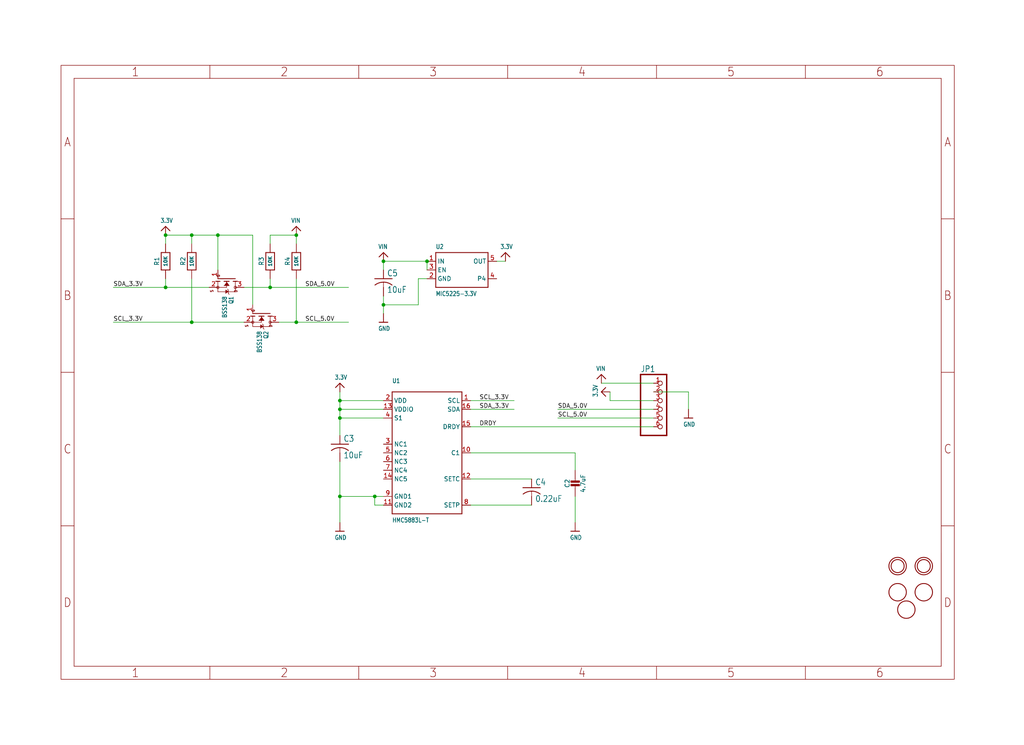
<source format=kicad_sch>
(kicad_sch (version 20230121) (generator eeschema)
  (paper "User" 298.45 217.322)
  (lib_symbols
    (symbol "working-eagle-import:3.3V" (power)
      (property "Value" "3.3V" (at -1.524 1.016 0))
      (symbol "3.3V_1_0"
        (polyline (pts (xy -1.27 -1.27) (xy 0 0)) (stroke (width 0.254)))
        (polyline (pts (xy 0 0) (xy 1.27 -1.27)) (stroke (width 0.254)))
        (pin power_in line (at 0 -2.54 90) (length 2.54) (name "3.3V") (number "1"))
      )
    )
    (symbol "working-eagle-import:C-USC0805"
      (property "Reference" "C" (at 1.016 0.635 0))
      (symbol "C-USC0805_1_0"
        (arc (start 0 -1.0161) (mid -1.302 -1.2303) (end -2.4668 -1.8504) (stroke (width 0.254)))
        (polyline (pts (xy -2.54 0) (xy 2.54 0)) (stroke (width 0.254)))
        (polyline (pts (xy 0 -1.016) (xy 0 -2.54)) (stroke (width 0.1524)))
        (arc (start 2.4892 -1.8541) (mid 1.3158 -1.2194) (end 0 -1) (stroke (width 0.254)))
        (pin passive line (at 0 2.54 270) (length 2.54) (name "1") (number "1"))
        (pin passive line (at 0 -5.08 90) (length 2.54) (name "2") (number "2"))
      )
    )
    (symbol "working-eagle-import:CAP_CERAMIC0805_10MGAP"
      (property "Reference" "C" (at -2.29 1.25 90))
      (symbol "CAP_CERAMIC0805_10MGAP_1_0"
        (rectangle (start -1.27 0.508) (end 1.27 1.016) (fill (type outline)))
        (rectangle (start -1.27 1.524) (end 1.27 2.032) (fill (type outline)))
        (polyline (pts (xy 0 0.762) (xy 0 0)) (stroke (width 0.1524)))
        (polyline (pts (xy 0 2.54) (xy 0 1.778)) (stroke (width 0.1524)))
        (pin passive line (at 0 5.08 270) (length 2.54) (name "1") (number "1"))
        (pin passive line (at 0 -2.54 90) (length 2.54) (name "2") (number "2"))
      )
    )
    (symbol "working-eagle-import:FIDUCIAL"
      (symbol "FIDUCIAL_1_0"
        (circle (center 0 0) (radius 2.54) (stroke (width 0.254)))
      )
    )
    (symbol "working-eagle-import:FRAME_A4"
      (symbol "FRAME_A4_1_0"
        (polyline (pts (xy 0 44.7675) (xy 3.81 44.7675)))
        (polyline (pts (xy 0 89.535) (xy 3.81 89.535)))
        (polyline (pts (xy 0 134.3025) (xy 3.81 134.3025)))
        (polyline (pts (xy 3.81 3.81) (xy 3.81 175.26)))
        (polyline (pts (xy 43.3917 0) (xy 43.3917 3.81)))
        (polyline (pts (xy 43.3917 175.26) (xy 43.3917 179.07)))
        (polyline (pts (xy 86.7833 0) (xy 86.7833 3.81)))
        (polyline (pts (xy 86.7833 175.26) (xy 86.7833 179.07)))
        (polyline (pts (xy 130.175 0) (xy 130.175 3.81)))
        (polyline (pts (xy 130.175 175.26) (xy 130.175 179.07)))
        (polyline (pts (xy 173.5667 0) (xy 173.5667 3.81)))
        (polyline (pts (xy 173.5667 175.26) (xy 173.5667 179.07)))
        (polyline (pts (xy 216.9583 0) (xy 216.9583 3.81)))
        (polyline (pts (xy 216.9583 175.26) (xy 216.9583 179.07)))
        (polyline (pts (xy 256.54 3.81) (xy 3.81 3.81)))
        (polyline (pts (xy 256.54 3.81) (xy 256.54 8.89)) (stroke (width 0.1016)))
        (polyline (pts (xy 256.54 3.81) (xy 256.54 175.26)))
        (polyline (pts (xy 256.54 8.89) (xy 256.54 13.97)) (stroke (width 0.1016)))
        (polyline (pts (xy 256.54 13.97) (xy 256.54 19.05)) (stroke (width 0.1016)))
        (polyline (pts (xy 256.54 19.05) (xy 256.54 36.83)) (stroke (width 0.1016)))
        (polyline (pts (xy 256.54 44.7675) (xy 260.35 44.7675)))
        (polyline (pts (xy 256.54 89.535) (xy 260.35 89.535)))
        (polyline (pts (xy 256.54 134.3025) (xy 260.35 134.3025)))
        (polyline (pts (xy 256.54 175.26) (xy 3.81 175.26)))
        (polyline (pts (xy 0 0) (xy 260.35 0) (xy 260.35 179.07) (xy 0 179.07) (xy 0 0)))
        (text "1" (at 21.6958 1.905 0) (effects (font (size 2.54 2.286))))
        (text "1" (at 21.6958 177.165 0) (effects (font (size 2.54 2.286))))
        (text "2" (at 65.0875 1.905 0) (effects (font (size 2.54 2.286))))
        (text "2" (at 65.0875 177.165 0) (effects (font (size 2.54 2.286))))
        (text "3" (at 108.4792 1.905 0) (effects (font (size 2.54 2.286))))
        (text "3" (at 108.4792 177.165 0) (effects (font (size 2.54 2.286))))
        (text "4" (at 151.8708 1.905 0) (effects (font (size 2.54 2.286))))
        (text "4" (at 151.8708 177.165 0) (effects (font (size 2.54 2.286))))
        (text "5" (at 195.2625 1.905 0) (effects (font (size 2.54 2.286))))
        (text "5" (at 195.2625 177.165 0) (effects (font (size 2.54 2.286))))
        (text "6" (at 238.6542 1.905 0) (effects (font (size 2.54 2.286))))
        (text "6" (at 238.6542 177.165 0) (effects (font (size 2.54 2.286))))
        (text "A" (at 1.905 156.6863 0) (effects (font (size 2.54 2.286))))
        (text "A" (at 258.445 156.6863 0) (effects (font (size 2.54 2.286))))
        (text "B" (at 1.905 111.9188 0) (effects (font (size 2.54 2.286))))
        (text "B" (at 258.445 111.9188 0) (effects (font (size 2.54 2.286))))
        (text "C" (at 1.905 67.1513 0) (effects (font (size 2.54 2.286))))
        (text "C" (at 258.445 67.1513 0) (effects (font (size 2.54 2.286))))
        (text "D" (at 1.905 22.3838 0) (effects (font (size 2.54 2.286))))
        (text "D" (at 258.445 22.3838 0) (effects (font (size 2.54 2.286))))
      )
      (symbol "FRAME_A4_2_0"
        (polyline (pts (xy 1.27 -6.35) (xy 1.27 0)) (stroke (width 0.1016)))
        (polyline (pts (xy 1.27 0) (xy 82.55 0)) (stroke (width 0.1016)))
        (polyline (pts (xy 82.55 -6.35) (xy 1.27 -6.35)) (stroke (width 0.1016)))
        (polyline (pts (xy 82.55 0) (xy 82.55 -6.35)) (stroke (width 0.1016)))
        (text "PART OR WHOLE IS STRICTLY PROHIBITED WITHOUT WRITTEN PERMISSION!" (at 3.81 -5.08 0) (effects (font (size 1.27 1.0795)) (justify left bottom)))
        (text "PROPRIETARY" (at 3.81 -10.16 0) (effects (font (size 2.54 2.159) (thickness 0.4318) bold) (justify left bottom)))
        (text "THIS DRAWING CONTAINS CONFIDENTIAL INFORMATION. ANY REPRODUCTION IN" (at 3.81 -2.794 0) (effects (font (size 1.27 1.0795)) (justify left bottom)))
      )
      (symbol "FRAME_A4_3_0"
        (polyline (pts (xy 0 1.27) (xy 20.32 1.27)) (stroke (width 0.6096)))
        (polyline (pts (xy 0 10.16) (xy 0 1.27)) (stroke (width 0.6096)))
        (polyline (pts (xy 0 10.16) (xy 20.32 10.16)) (stroke (width 0.3048)))
        (polyline (pts (xy 0 19.05) (xy 0 10.16)) (stroke (width 0.6096)))
        (polyline (pts (xy 0 19.05) (xy 20.32 19.05)) (stroke (width 0.3048)))
        (polyline (pts (xy 0 27.94) (xy 0 19.05)) (stroke (width 0.6096)))
        (polyline (pts (xy 0 27.94) (xy 20.32 27.94)) (stroke (width 0.3048)))
        (polyline (pts (xy 0 34.29) (xy 0 27.94)) (stroke (width 0.6096)))
        (polyline (pts (xy 20.32 1.27) (xy 20.32 6.35)) (stroke (width 0.3048)))
        (polyline (pts (xy 20.32 1.27) (xy 95.885 1.27)) (stroke (width 0.6096)))
        (polyline (pts (xy 20.32 6.35) (xy 20.32 10.16)) (stroke (width 0.3048)))
        (polyline (pts (xy 20.32 6.35) (xy 88.9 6.35)) (stroke (width 0.3048)))
        (polyline (pts (xy 20.32 10.16) (xy 20.32 19.05)) (stroke (width 0.3048)))
        (polyline (pts (xy 20.32 16.51) (xy 20.32 19.05)) (stroke (width 0.3048)))
        (polyline (pts (xy 20.32 19.05) (xy 20.32 27.94)) (stroke (width 0.3048)))
        (polyline (pts (xy 20.32 27.94) (xy 20.32 34.29)) (stroke (width 0.3048)))
        (polyline (pts (xy 20.32 27.94) (xy 65.0875 27.94)) (stroke (width 0.3048)))
        (polyline (pts (xy 20.32 34.29) (xy 0 34.29)) (stroke (width 0.6096)))
        (polyline (pts (xy 65.0875 27.94) (xy 106.045 27.94)) (stroke (width 0.3048)))
        (polyline (pts (xy 65.0875 34.29) (xy 20.32 34.29)) (stroke (width 0.6096)))
        (polyline (pts (xy 88.9 6.35) (xy 95.885 6.35)) (stroke (width 0.3048)))
        (polyline (pts (xy 88.9 16.51) (xy 20.32 16.51)) (stroke (width 0.3048)))
        (polyline (pts (xy 88.9 16.51) (xy 88.9 6.35)) (stroke (width 0.3048)))
        (polyline (pts (xy 95.885 1.27) (xy 121.92 1.27)) (stroke (width 0.6096)))
        (polyline (pts (xy 95.885 6.35) (xy 95.885 1.27)) (stroke (width 0.3048)))
        (polyline (pts (xy 95.885 6.35) (xy 121.92 6.35)) (stroke (width 0.3048)))
        (polyline (pts (xy 101.6 13.0175) (xy 102.5525 13.0175)) (stroke (width 0.254)))
        (polyline (pts (xy 106.045 27.94) (xy 106.045 34.29)) (stroke (width 0.3048)))
        (polyline (pts (xy 106.045 27.94) (xy 110.49 27.94)) (stroke (width 0.3048)))
        (polyline (pts (xy 106.045 34.29) (xy 65.0875 34.29)) (stroke (width 0.6096)))
        (polyline (pts (xy 110.49 16.51) (xy 88.9 16.51)) (stroke (width 0.3048)))
        (polyline (pts (xy 110.49 27.94) (xy 110.49 16.51)) (stroke (width 0.3048)))
        (polyline (pts (xy 110.49 27.94) (xy 113.03 27.94)) (stroke (width 0.3048)))
        (polyline (pts (xy 113.03 27.94) (xy 121.92 27.94)) (stroke (width 0.3048)))
        (polyline (pts (xy 113.03 34.29) (xy 106.045 34.29)) (stroke (width 0.6096)))
        (polyline (pts (xy 121.92 6.35) (xy 121.92 1.27)) (stroke (width 0.6096)))
        (polyline (pts (xy 121.92 16.51) (xy 110.49 16.51)) (stroke (width 0.3048)))
        (polyline (pts (xy 121.92 16.51) (xy 121.92 6.35)) (stroke (width 0.6096)))
        (polyline (pts (xy 121.92 27.94) (xy 121.92 16.51)) (stroke (width 0.6096)))
        (polyline (pts (xy 121.92 34.29) (xy 113.03 34.29)) (stroke (width 0.6096)))
        (polyline (pts (xy 121.92 34.29) (xy 121.92 27.94)) (stroke (width 0.6096)))
        (circle (center 109.5375 31.115) (radius 1.4199) (stroke (width 0.254)))
        (text "${#}/${##}" (at 109.22 2.54 0) (effects (font (size 2.54 2.54)) (justify left bottom)))
        (text "${CHECKED}" (at 2.54 11.43 0) (effects (font (size 1.778 1.5113)) (justify left bottom)))
        (text "${COMPANY}" (at 23.6538 29.3687 0) (effects (font (size 3.175 2.6987) (thickness 0.5397) bold) (justify left bottom)))
        (text "${CURRENT_DATE}" (at 33.02 8.89 0) (effects (font (size 2.54 2.159)) (justify left bottom)))
        (text "${DATE}" (at 2.54 2.54 0) (effects (font (size 1.778 1.5113)) (justify left bottom)))
        (text "${DRAWN}" (at 2.54 20.32 0) (effects (font (size 1.778 1.5113)) (justify left bottom)))
        (text "${DRGNO}" (at 91.44 8.89 0) (effects (font (size 2.1844 1.8567)) (justify left bottom)))
        (text "${PROJECTNAME}" (at 33.3375 2.54 0) (effects (font (size 2.54 2.159)) (justify left bottom)))
        (text "${REV}" (at 114.3 18.415 0) (effects (font (size 3.81 3.2385)) (justify left bottom)))
        (text "2013" (at 112.7125 30.1625 0) (effects (font (size 1.778 1.5113)) (justify left bottom)))
        (text "C" (at 109.0612 30.48 0) (effects (font (size 1.27 1.0795)) (justify left bottom)))
        (text "CHECKED" (at 1.27 15.875 0) (effects (font (size 1.778 1.5113)) (justify left bottom)))
        (text "DATE" (at 1.27 6.985 0) (effects (font (size 1.778 1.5113)) (justify left bottom)))
        (text "DATE" (at 21.59 12.7 0) (effects (font (size 2.54 2.54)) (justify left bottom)))
        (text "DRAWN" (at 1.27 24.765 0) (effects (font (size 1.778 1.5113)) (justify left bottom)))
        (text "DRG" (at 90.17 12.7 0) (effects (font (size 2.54 2.54)) (justify left bottom)))
        (text "FILE:" (at 21.59 2.54 0) (effects (font (size 2.54 2.54)) (justify left bottom)))
        (text "ISSUE" (at 5.3975 30.1625 0) (effects (font (size 1.9304 1.6408)) (justify left bottom)))
        (text "N" (at 98.7425 12.7 0) (effects (font (size 2.54 2.54)) (justify left bottom)))
        (text "o" (at 101.2825 13.6525 0) (effects (font (size 2.1844 1.8567)) (justify left bottom)))
        (text "PAGE:" (at 97.155 2.54 0) (effects (font (size 2.54 2.54)) (justify left bottom)))
        (text "REV" (at 112.7125 24.13 0) (effects (font (size 2.54 2.54)) (justify left bottom)))
        (text "TITLE" (at 21.59 24.13 0) (effects (font (size 2.54 2.54)) (justify left bottom)))
      )
    )
    (symbol "working-eagle-import:GND" (power)
      (property "Value" "GND" (at -1.524 -2.54 0))
      (symbol "GND_1_0"
        (polyline (pts (xy -1.27 0) (xy 1.27 0)) (stroke (width 0.254)))
        (pin power_in line (at 0 2.54 270) (length 2.54) (name "GND") (number "1"))
      )
    )
    (symbol "working-eagle-import:HEADER-1X676MIL"
      (property "Reference" "JP" (at -6.35 10.795 0))
      (symbol "HEADER-1X676MIL_1_0"
        (polyline (pts (xy -6.35 -7.62) (xy 1.27 -7.62)) (stroke (width 0.4064)))
        (polyline (pts (xy -6.35 10.16) (xy -6.35 -7.62)) (stroke (width 0.4064)))
        (polyline (pts (xy 1.27 -7.62) (xy 1.27 10.16)) (stroke (width 0.4064)))
        (polyline (pts (xy 1.27 10.16) (xy -6.35 10.16)) (stroke (width 0.4064)))
        (pin passive inverted (at -2.54 7.62 0) (length 2.54) (name "1") (number "1"))
        (pin passive inverted (at -2.54 5.08 0) (length 2.54) (name "2") (number "2"))
        (pin passive inverted (at -2.54 2.54 0) (length 2.54) (name "3") (number "3"))
        (pin passive inverted (at -2.54 0 0) (length 2.54) (name "4") (number "4"))
        (pin passive inverted (at -2.54 -2.54 0) (length 2.54) (name "5") (number "5"))
        (pin passive inverted (at -2.54 -5.08 0) (length 2.54) (name "6") (number "6"))
      )
    )
    (symbol "working-eagle-import:HMC5883L"
      (property "Reference" "U" (at -10.16 20.32 0))
      (symbol "HMC5883L_1_0"
        (polyline (pts (xy -10.16 -17.78) (xy -10.16 17.78)) (stroke (width 0.254)))
        (polyline (pts (xy -10.16 17.78) (xy 10.16 17.78)) (stroke (width 0.254)))
        (polyline (pts (xy 10.16 -17.78) (xy -10.16 -17.78)) (stroke (width 0.254)))
        (polyline (pts (xy 10.16 17.78) (xy 10.16 -17.78)) (stroke (width 0.254)))
        (pin bidirectional line (at 12.7 15.24 180) (length 2.54) (name "SCL") (number "1"))
        (pin bidirectional line (at 12.7 0 180) (length 2.54) (name "C1") (number "10"))
        (pin bidirectional line (at -12.7 -15.24 0) (length 2.54) (name "GND2") (number "11"))
        (pin bidirectional line (at 12.7 -7.62 180) (length 2.54) (name "SETC") (number "12"))
        (pin bidirectional line (at -12.7 12.7 0) (length 2.54) (name "VDDIO") (number "13"))
        (pin bidirectional line (at -12.7 -7.62 0) (length 2.54) (name "NC5") (number "14"))
        (pin bidirectional line (at 12.7 7.62 180) (length 2.54) (name "DRDY") (number "15"))
        (pin bidirectional line (at 12.7 12.7 180) (length 2.54) (name "SDA") (number "16"))
        (pin bidirectional line (at -12.7 15.24 0) (length 2.54) (name "VDD") (number "2"))
        (pin bidirectional line (at -12.7 2.54 0) (length 2.54) (name "NC1") (number "3"))
        (pin bidirectional line (at -12.7 10.16 0) (length 2.54) (name "S1") (number "4"))
        (pin bidirectional line (at -12.7 0 0) (length 2.54) (name "NC2") (number "5"))
        (pin bidirectional line (at -12.7 -2.54 0) (length 2.54) (name "NC3") (number "6"))
        (pin bidirectional line (at -12.7 -5.08 0) (length 2.54) (name "NC4") (number "7"))
        (pin bidirectional line (at 12.7 -15.24 180) (length 2.54) (name "SETP") (number "8"))
        (pin bidirectional line (at -12.7 -12.7 0) (length 2.54) (name "GND1") (number "9"))
      )
    )
    (symbol "working-eagle-import:MOSFET-NWIDE"
      (property "Reference" "Q" (at 5.08 0.635 0))
      (symbol "MOSFET-NWIDE_1_0"
        (polyline (pts (xy 0 2.54) (xy 0 -2.54)) (stroke (width 0.254)))
        (polyline (pts (xy 0.762 -2.54) (xy 0.762 -3.175)) (stroke (width 0.254)))
        (polyline (pts (xy 0.762 -1.905) (xy 0.762 -2.54)) (stroke (width 0.254)))
        (polyline (pts (xy 0.762 0) (xy 0.762 -0.762)) (stroke (width 0.254)))
        (polyline (pts (xy 0.762 0) (xy 2.54 0)) (stroke (width 0.1524)))
        (polyline (pts (xy 0.762 0.762) (xy 0.762 0)) (stroke (width 0.254)))
        (polyline (pts (xy 0.762 2.54) (xy 0.762 1.905)) (stroke (width 0.254)))
        (polyline (pts (xy 0.762 2.54) (xy 3.81 2.54)) (stroke (width 0.1524)))
        (polyline (pts (xy 0.762 3.175) (xy 0.762 2.54)) (stroke (width 0.254)))
        (polyline (pts (xy 2.54 -2.54) (xy 0.762 -2.54)) (stroke (width 0.1524)))
        (polyline (pts (xy 2.54 -2.54) (xy 3.81 -2.54)) (stroke (width 0.1524)))
        (polyline (pts (xy 2.54 0) (xy 2.54 -2.54)) (stroke (width 0.1524)))
        (polyline (pts (xy 3.302 0.508) (xy 3.048 0.254)) (stroke (width 0.1524)))
        (polyline (pts (xy 3.81 0.508) (xy 3.302 0.508)) (stroke (width 0.1524)))
        (polyline (pts (xy 3.81 0.508) (xy 3.81 -2.54)) (stroke (width 0.1524)))
        (polyline (pts (xy 3.81 2.54) (xy 3.81 0.508)) (stroke (width 0.1524)))
        (polyline (pts (xy 4.318 0.508) (xy 3.81 0.508)) (stroke (width 0.1524)))
        (polyline (pts (xy 4.572 0.762) (xy 4.318 0.508)) (stroke (width 0.1524)))
        (polyline (pts (xy 1.016 0) (xy 2.032 0.762) (xy 2.032 -0.762)) (stroke (width 0.1524)) (fill (type outline)))
        (polyline (pts (xy 3.81 0.508) (xy 3.302 -0.254) (xy 4.318 -0.254)) (stroke (width 0.1524)) (fill (type outline)))
        (circle (center 2.54 -2.54) (radius 0.3592))
        (circle (center 2.54 2.54) (radius 0.3592))
        (text "D" (at 3.175 3.175 0) (effects (font (size 0.8128 0.6908)) (justify left bottom)))
        (text "G" (at -1.27 -1.905 0) (effects (font (size 0.8128 0.6908)) (justify left bottom)))
        (text "S" (at 3.175 -3.81 0) (effects (font (size 0.8128 0.6908)) (justify left bottom)))
        (pin bidirectional line (at -2.54 -2.54 0) (length 2.54) (name "G") (number "1"))
        (pin bidirectional line (at 2.54 -5.08 90) (length 2.54) (name "S") (number "2"))
        (pin bidirectional line (at 2.54 5.08 270) (length 2.54) (name "D") (number "3"))
      )
    )
    (symbol "working-eagle-import:MOUNTINGHOLE2.5"
      (symbol "MOUNTINGHOLE2.5_1_0"
        (circle (center 0 0) (radius 1.905) (stroke (width 0.254)))
        (circle (center 0 0) (radius 2.54) (stroke (width 0.254)))
      )
    )
    (symbol "working-eagle-import:RESISTOR0805_NOOUTLINE"
      (property "Reference" "R" (at 0 2.54 0))
      (symbol "RESISTOR0805_NOOUTLINE_1_0"
        (polyline (pts (xy -2.54 -1.27) (xy -2.54 1.27)) (stroke (width 0.254)))
        (polyline (pts (xy -2.54 1.27) (xy 2.54 1.27)) (stroke (width 0.254)))
        (polyline (pts (xy 2.54 -1.27) (xy -2.54 -1.27)) (stroke (width 0.254)))
        (polyline (pts (xy 2.54 1.27) (xy 2.54 -1.27)) (stroke (width 0.254)))
        (pin passive line (at -5.08 0 0) (length 2.54) (name "1") (number "1"))
        (pin passive line (at 5.08 0 180) (length 2.54) (name "2") (number "2"))
      )
    )
    (symbol "working-eagle-import:RESISTOR_0805MP"
      (property "Reference" "R" (at 0 2.54 0))
      (symbol "RESISTOR_0805MP_1_0"
        (polyline (pts (xy -2.54 -1.27) (xy -2.54 1.27)) (stroke (width 0.254)))
        (polyline (pts (xy -2.54 1.27) (xy 2.54 1.27)) (stroke (width 0.254)))
        (polyline (pts (xy 2.54 -1.27) (xy -2.54 -1.27)) (stroke (width 0.254)))
        (polyline (pts (xy 2.54 1.27) (xy 2.54 -1.27)) (stroke (width 0.254)))
        (pin passive line (at -5.08 0 0) (length 2.54) (name "1") (number "1"))
        (pin passive line (at 5.08 0 180) (length 2.54) (name "2") (number "2"))
      )
    )
    (symbol "working-eagle-import:VIN" (power)
      (property "Value" "VIN" (at -1.524 1.016 0))
      (symbol "VIN_1_0"
        (polyline (pts (xy -1.27 -1.27) (xy 0 0)) (stroke (width 0.254)))
        (polyline (pts (xy 0 0) (xy 1.27 -1.27)) (stroke (width 0.254)))
        (pin power_in line (at 0 -2.54 90) (length 2.54) (name "VIN") (number "1"))
      )
    )
    (symbol "working-eagle-import:VREG_SOT23-5"
      (property "Reference" "U" (at -7.62 6.096 0))
      (symbol "VREG_SOT23-5_1_0"
        (polyline (pts (xy -7.62 -5.08) (xy -7.62 5.08)) (stroke (width 0.254)))
        (polyline (pts (xy -7.62 5.08) (xy 7.62 5.08)) (stroke (width 0.254)))
        (polyline (pts (xy 7.62 -5.08) (xy -7.62 -5.08)) (stroke (width 0.254)))
        (polyline (pts (xy 7.62 5.08) (xy 7.62 -5.08)) (stroke (width 0.254)))
        (pin power_in line (at -10.16 2.54 0) (length 2.54) (name "IN") (number "1"))
        (pin power_in line (at -10.16 -2.54 0) (length 2.54) (name "GND") (number "2"))
        (pin input line (at -10.16 0 0) (length 2.54) (name "EN") (number "3"))
        (pin bidirectional line (at 10.16 -2.54 180) (length 2.54) (name "P4") (number "4"))
        (pin power_in line (at 10.16 2.54 180) (length 2.54) (name "OUT") (number "5"))
      )
    )
  )
  (junction (at 124.46 76.2))
  (junction (at 99.06 119.38))
  (junction (at 48.26 83.82))
  (junction (at 55.88 68.58))
  (junction (at 99.06 144.78))
  (junction (at 78.74 83.82))
  (junction (at 111.76 88.9))
  (junction (at 86.36 93.98))
  (junction (at 48.26 68.58))
  (junction (at 111.76 76.2))
  (junction (at 99.06 116.84))
  (junction (at 109.22 144.78))
  (junction (at 55.88 93.98))
  (junction (at 63.5 68.58))
  (junction (at 99.06 121.92))
  (junction (at 86.36 68.58))
  (wire (pts (xy 190.5 114.3) (xy 200.66 114.3)) (stroke (width 0.1524)))
  (wire (pts (xy 124.46 76.2) (xy 111.76 76.2)) (stroke (width 0.1524)))
  (wire (pts (xy 109.22 147.32) (xy 109.22 144.78)) (stroke (width 0.1524)))
  (wire (pts (xy 55.88 71.12) (xy 55.88 68.58)) (stroke (width 0.1524)))
  (wire (pts (xy 73.66 88.9) (xy 73.66 68.58)) (stroke (width 0.1524)))
  (wire (pts (xy 124.46 76.2) (xy 124.46 78.74)) (stroke (width 0.1524)))
  (wire (pts (xy 63.5 78.74) (xy 63.5 68.58)) (stroke (width 0.1524)))
  (wire (pts (xy 71.12 93.98) (xy 55.88 93.98)) (stroke (width 0.1524)))
  (wire (pts (xy 99.06 116.84) (xy 99.06 114.3)) (stroke (width 0.1524)))
  (wire (pts (xy 111.76 147.32) (xy 109.22 147.32)) (stroke (width 0.1524)))
  (wire (pts (xy 81.28 93.98) (xy 86.36 93.98)) (stroke (width 0.1524)))
  (wire (pts (xy 111.76 121.92) (xy 99.06 121.92)) (stroke (width 0.1524)))
  (wire (pts (xy 78.74 68.58) (xy 86.36 68.58)) (stroke (width 0.1524)))
  (wire (pts (xy 99.06 119.38) (xy 99.06 116.84)) (stroke (width 0.1524)))
  (wire (pts (xy 111.76 144.78) (xy 109.22 144.78)) (stroke (width 0.1524)))
  (wire (pts (xy 137.16 147.32) (xy 154.94 147.32)) (stroke (width 0.1524)))
  (wire (pts (xy 137.16 124.46) (xy 190.5 124.46)) (stroke (width 0.1524)))
  (wire (pts (xy 111.76 119.38) (xy 99.06 119.38)) (stroke (width 0.1524)))
  (wire (pts (xy 177.8 116.84) (xy 190.5 116.84)) (stroke (width 0.1524)))
  (wire (pts (xy 78.74 71.12) (xy 78.74 68.58)) (stroke (width 0.1524)))
  (wire (pts (xy 137.16 119.38) (xy 149.86 119.38)) (stroke (width 0.1524)))
  (wire (pts (xy 99.06 127) (xy 99.06 121.92)) (stroke (width 0.1524)))
  (wire (pts (xy 111.76 116.84) (xy 99.06 116.84)) (stroke (width 0.1524)))
  (wire (pts (xy 137.16 132.08) (xy 167.64 132.08)) (stroke (width 0.1524)))
  (wire (pts (xy 48.26 71.12) (xy 48.26 68.58)) (stroke (width 0.1524)))
  (wire (pts (xy 111.76 88.9) (xy 111.76 86.36)) (stroke (width 0.1524)))
  (wire (pts (xy 111.76 88.9) (xy 111.76 91.44)) (stroke (width 0.1524)))
  (wire (pts (xy 121.92 88.9) (xy 111.76 88.9)) (stroke (width 0.1524)))
  (wire (pts (xy 190.5 119.38) (xy 162.56 119.38)) (stroke (width 0.1524)))
  (wire (pts (xy 48.26 83.82) (xy 33.02 83.82)) (stroke (width 0.1524)))
  (wire (pts (xy 175.26 111.76) (xy 190.5 111.76)) (stroke (width 0.1524)))
  (wire (pts (xy 190.5 121.92) (xy 162.56 121.92)) (stroke (width 0.1524)))
  (wire (pts (xy 124.46 81.28) (xy 121.92 81.28)) (stroke (width 0.1524)))
  (wire (pts (xy 167.64 144.78) (xy 167.64 152.4)) (stroke (width 0.1524)))
  (wire (pts (xy 60.96 83.82) (xy 48.26 83.82)) (stroke (width 0.1524)))
  (wire (pts (xy 78.74 83.82) (xy 78.74 81.28)) (stroke (width 0.1524)))
  (wire (pts (xy 111.76 78.74) (xy 111.76 76.2)) (stroke (width 0.1524)))
  (wire (pts (xy 167.64 132.08) (xy 167.64 137.16)) (stroke (width 0.1524)))
  (wire (pts (xy 55.88 68.58) (xy 48.26 68.58)) (stroke (width 0.1524)))
  (wire (pts (xy 177.8 114.3) (xy 177.8 116.84)) (stroke (width 0.1524)))
  (wire (pts (xy 109.22 144.78) (xy 99.06 144.78)) (stroke (width 0.1524)))
  (wire (pts (xy 86.36 93.98) (xy 86.36 81.28)) (stroke (width 0.1524)))
  (wire (pts (xy 99.06 144.78) (xy 99.06 152.4)) (stroke (width 0.1524)))
  (wire (pts (xy 137.16 116.84) (xy 149.86 116.84)) (stroke (width 0.1524)))
  (wire (pts (xy 121.92 81.28) (xy 121.92 88.9)) (stroke (width 0.1524)))
  (wire (pts (xy 144.78 76.2) (xy 147.32 76.2)) (stroke (width 0.1524)))
  (wire (pts (xy 63.5 68.58) (xy 55.88 68.58)) (stroke (width 0.1524)))
  (wire (pts (xy 86.36 93.98) (xy 101.6 93.98)) (stroke (width 0.1524)))
  (wire (pts (xy 99.06 134.62) (xy 99.06 144.78)) (stroke (width 0.1524)))
  (wire (pts (xy 55.88 93.98) (xy 33.02 93.98)) (stroke (width 0.1524)))
  (wire (pts (xy 73.66 68.58) (xy 63.5 68.58)) (stroke (width 0.1524)))
  (wire (pts (xy 99.06 121.92) (xy 99.06 119.38)) (stroke (width 0.1524)))
  (wire (pts (xy 86.36 71.12) (xy 86.36 68.58)) (stroke (width 0.1524)))
  (wire (pts (xy 71.12 83.82) (xy 78.74 83.82)) (stroke (width 0.1524)))
  (wire (pts (xy 48.26 83.82) (xy 48.26 81.28)) (stroke (width 0.1524)))
  (wire (pts (xy 78.74 83.82) (xy 101.6 83.82)) (stroke (width 0.1524)))
  (wire (pts (xy 55.88 81.28) (xy 55.88 93.98)) (stroke (width 0.1524)))
  (wire (pts (xy 137.16 139.7) (xy 154.94 139.7)) (stroke (width 0.1524)))
  (wire (pts (xy 200.66 114.3) (xy 200.66 119.38)) (stroke (width 0.1524)))
  (label "SCL_5.0V" (at 88.9 93.98 0) (effects (font (size 1.2446 1.2446))))
  (label "SCL_3.3V" (at 139.7 116.84 0) (effects (font (size 1.2446 1.2446))))
  (label "SDA_3.3V" (at 139.7 119.38 0) (effects (font (size 1.2446 1.2446))))
  (label "SDA_5.0V" (at 88.9 83.82 0) (effects (font (size 1.2446 1.2446))))
  (label "SCL_5.0V" (at 162.56 121.92 0) (effects (font (size 1.2446 1.2446))))
  (label "SCL_3.3V" (at 33.02 93.98 0) (effects (font (size 1.2446 1.2446))))
  (label "SDA_3.3V" (at 33.02 83.82 0) (effects (font (size 1.2446 1.2446))))
  (label "DRDY" (at 139.7 124.46 0) (effects (font (size 1.2446 1.2446))))
  (label "SDA_5.0V" (at 162.56 119.38 0) (effects (font (size 1.2446 1.2446))))
  (symbol (lib_id "working-eagle-import:3.3V") (at 99.06 111.76 0) (unit 1)
    (property "Reference" "#U$2" (effects hide))
    (property "Value" "3.3V" (at 97.536 110.744 0) (effects (font (size 1.27 1.0795)) (justify left bottom)))
  )
  (symbol (lib_id "working-eagle-import:C-USC0805") (at 99.06 129.54 0) (unit 1)
    (property "Reference" "C3" (at 100.076 128.905 0) (effects (font (size 1.778 1.5113)) (justify left bottom)))
    (property "Value" "10uF" (at 100.076 133.731 0) (effects (font (size 1.778 1.5113)) (justify left bottom)))
    (property "Footprint" "working:C0805" (effects hide))
  )
  (symbol (lib_id "working-eagle-import:CAP_CERAMIC0805_10MGAP") (at 167.64 142.24 0) (unit 1)
    (property "Reference" "C2" (at 165.35 140.99 90))
    (property "Value" "4.7uF" (at 169.94 140.99 90))
    (property "Footprint" "working:0805_10MGAP" (effects hide))
  )
  (symbol (lib_id "working-eagle-import:VIN") (at 175.26 109.22 0) (unit 1)
    (property "Reference" "#U$4" (effects hide))
    (property "Value" "VIN" (at 173.736 108.204 0) (effects (font (size 1.27 1.0795)) (justify left bottom)))
  )
  (symbol (lib_id "working-eagle-import:3.3V") (at 147.32 73.66 0) (unit 1)
    (property "Reference" "#U$15" (effects hide))
    (property "Value" "3.3V" (at 145.796 72.644 0) (effects (font (size 1.27 1.0795)) (justify left bottom)))
  )
  (symbol (lib_id "working-eagle-import:FIDUCIAL") (at 261.62 172.72 0) (unit 1)
    (property "Reference" "U$11" (effects hide))
    (property "Value" "FIDUCIAL" (effects hide))
    (property "Footprint" "working:FIDUCIAL_1MM" (effects hide))
  )
  (symbol (lib_id "working-eagle-import:VREG_SOT23-5") (at 134.62 78.74 0) (unit 1)
    (property "Reference" "U2" (at 127 72.644 0) (effects (font (size 1.27 1.0795)) (justify left bottom)))
    (property "Value" "MIC5225-3.3V" (at 127 86.36 0) (effects (font (size 1.27 1.0795)) (justify left bottom)))
    (property "Footprint" "working:SOT23-5" (effects hide))
  )
  (symbol (lib_id "working-eagle-import:MOSFET-NWIDE") (at 76.2 91.44 270) (unit 1)
    (property "Reference" "Q2" (at 76.835 96.52 0) (effects (font (size 1.27 1.0795)) (justify left bottom)))
    (property "Value" "BSS138" (at 74.93 96.52 0) (effects (font (size 1.27 1.0795)) (justify left bottom)))
    (property "Footprint" "working:SOT23-WIDE" (effects hide))
  )
  (symbol (lib_id "working-eagle-import:3.3V") (at 175.26 114.3 90) (unit 1)
    (property "Reference" "#U$5" (effects hide))
    (property "Value" "3.3V" (at 174.244 115.824 0) (effects (font (size 1.27 1.0795)) (justify left bottom)))
  )
  (symbol (lib_id "working-eagle-import:GND") (at 111.76 93.98 0) (unit 1)
    (property "Reference" "#U$14" (effects hide))
    (property "Value" "GND" (at 110.236 96.52 0) (effects (font (size 1.27 1.0795)) (justify left bottom)))
  )
  (symbol (lib_id "working-eagle-import:MOSFET-NWIDE") (at 66.04 81.28 270) (unit 1)
    (property "Reference" "Q1" (at 66.675 86.36 0) (effects (font (size 1.27 1.0795)) (justify left bottom)))
    (property "Value" "BSS138" (at 64.77 86.36 0) (effects (font (size 1.27 1.0795)) (justify left bottom)))
    (property "Footprint" "working:SOT23-WIDE" (effects hide))
  )
  (symbol (lib_id "working-eagle-import:HMC5883L") (at 124.46 132.08 0) (unit 1)
    (property "Reference" "U1" (at 114.3 111.76 0) (effects (font (size 1.27 1.0795)) (justify left bottom)))
    (property "Value" "HMC5883L-T" (at 114.3 152.4 0) (effects (font (size 1.27 1.0795)) (justify left bottom)))
    (property "Footprint" "working:HMC5883L" (effects hide))
  )
  (symbol (lib_id "working-eagle-import:GND") (at 167.64 154.94 0) (unit 1)
    (property "Reference" "#U$1" (effects hide))
    (property "Value" "GND" (at 166.116 157.48 0) (effects (font (size 1.27 1.0795)) (justify left bottom)))
  )
  (symbol (lib_id "working-eagle-import:GND") (at 99.06 154.94 0) (unit 1)
    (property "Reference" "#U$3" (effects hide))
    (property "Value" "GND" (at 97.536 157.48 0) (effects (font (size 1.27 1.0795)) (justify left bottom)))
  )
  (symbol (lib_id "working-eagle-import:C-USC0805") (at 154.94 142.24 0) (unit 1)
    (property "Reference" "C4" (at 155.956 141.605 0) (effects (font (size 1.778 1.5113)) (justify left bottom)))
    (property "Value" "0.22uF" (at 155.956 146.431 0) (effects (font (size 1.778 1.5113)) (justify left bottom)))
    (property "Footprint" "working:C0805" (effects hide))
  )
  (symbol (lib_id "working-eagle-import:3.3V") (at 48.26 66.04 0) (unit 1)
    (property "Reference" "#U$13" (effects hide))
    (property "Value" "3.3V" (at 46.736 65.024 0) (effects (font (size 1.27 1.0795)) (justify left bottom)))
  )
  (symbol (lib_id "working-eagle-import:FRAME_A4") (at 17.78 198.12 0) (unit 1)
    (property "Reference" "#FRAME1" (effects hide))
    (property "Value" "FRAME_A4" (effects hide))
  )
  (symbol (lib_id "working-eagle-import:RESISTOR_0805MP") (at 48.26 76.2 90) (unit 1)
    (property "Reference" "R1" (at 45.72 76.2 0))
    (property "Value" "10K" (at 48.26 76.2 0) (effects (font (size 1.016 1.016) bold)))
    (property "Footprint" "working:_0805MP" (effects hide))
  )
  (symbol (lib_id "working-eagle-import:HEADER-1X676MIL") (at 193.04 119.38 0) (unit 1)
    (property "Reference" "JP1" (at 186.69 108.585 0) (effects (font (size 1.778 1.5113)) (justify left bottom)))
    (property "Value" "HEADER-1X676MIL" (effects hide))
    (property "Footprint" "working:1X06_ROUND_76" (effects hide))
  )
  (symbol (lib_id "working-eagle-import:FIDUCIAL") (at 269.24 172.72 0) (unit 1)
    (property "Reference" "U$10" (effects hide))
    (property "Value" "FIDUCIAL" (effects hide))
    (property "Footprint" "working:FIDUCIAL_1MM" (effects hide))
  )
  (symbol (lib_id "working-eagle-import:VIN") (at 111.76 73.66 0) (unit 1)
    (property "Reference" "#U$17" (effects hide))
    (property "Value" "VIN" (at 110.236 72.644 0) (effects (font (size 1.27 1.0795)) (justify left bottom)))
  )
  (symbol (lib_id "working-eagle-import:C-USC0805") (at 111.76 81.28 0) (unit 1)
    (property "Reference" "C5" (at 112.776 80.645 0) (effects (font (size 1.778 1.5113)) (justify left bottom)))
    (property "Value" "10uF" (at 112.776 85.471 0) (effects (font (size 1.778 1.5113)) (justify left bottom)))
    (property "Footprint" "working:C0805" (effects hide))
  )
  (symbol (lib_id "working-eagle-import:RESISTOR_0805MP") (at 55.88 76.2 90) (unit 1)
    (property "Reference" "R2" (at 53.34 76.2 0))
    (property "Value" "10K" (at 55.88 76.2 0) (effects (font (size 1.016 1.016) bold)))
    (property "Footprint" "working:_0805MP" (effects hide))
  )
  (symbol (lib_id "working-eagle-import:MOUNTINGHOLE2.5") (at 261.62 165.1 0) (unit 1)
    (property "Reference" "U$9" (effects hide))
    (property "Value" "MOUNTINGHOLE2.5" (effects hide))
    (property "Footprint" "working:MOUNTINGHOLE_2.5_PLATED" (effects hide))
  )
  (symbol (lib_id "working-eagle-import:VIN") (at 86.36 66.04 0) (unit 1)
    (property "Reference" "#U$16" (effects hide))
    (property "Value" "VIN" (at 84.836 65.024 0) (effects (font (size 1.27 1.0795)) (justify left bottom)))
  )
  (symbol (lib_id "working-eagle-import:RESISTOR0805_NOOUTLINE") (at 86.36 76.2 90) (unit 1)
    (property "Reference" "R4" (at 83.82 76.2 0))
    (property "Value" "10K" (at 86.36 76.2 0) (effects (font (size 1.016 1.016) bold)))
    (property "Footprint" "working:0805-NO" (effects hide))
  )
  (symbol (lib_id "working-eagle-import:GND") (at 200.66 121.92 0) (unit 1)
    (property "Reference" "#U$6" (effects hide))
    (property "Value" "GND" (at 199.136 124.46 0) (effects (font (size 1.27 1.0795)) (justify left bottom)))
  )
  (symbol (lib_id "working-eagle-import:RESISTOR0805_NOOUTLINE") (at 78.74 76.2 90) (unit 1)
    (property "Reference" "R3" (at 76.2 76.2 0))
    (property "Value" "10K" (at 78.74 76.2 0) (effects (font (size 1.016 1.016) bold)))
    (property "Footprint" "working:0805-NO" (effects hide))
  )
  (symbol (lib_id "working-eagle-import:MOUNTINGHOLE2.5") (at 269.24 165.1 0) (unit 1)
    (property "Reference" "U$8" (effects hide))
    (property "Value" "MOUNTINGHOLE2.5" (effects hide))
    (property "Footprint" "working:MOUNTINGHOLE_2.5_PLATED" (effects hide))
  )
  (symbol (lib_id "working-eagle-import:FIDUCIAL") (at 264.16 177.8 0) (unit 1)
    (property "Reference" "U$12" (effects hide))
    (property "Value" "FIDUCIAL" (effects hide))
    (property "Footprint" "working:FIDUCIAL_1MM" (effects hide))
  )
)
</source>
